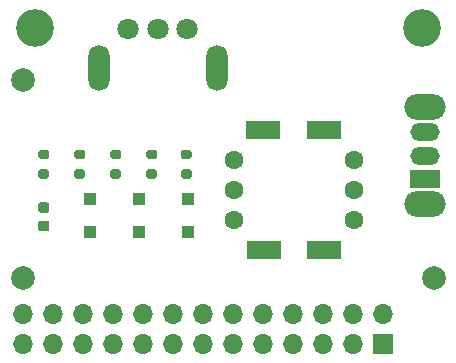
<source format=gbr>
G04 #@! TF.GenerationSoftware,KiCad,Pcbnew,(5.1.9)-1*
G04 #@! TF.CreationDate,2021-02-23T11:03:35+09:00*
G04 #@! TF.ProjectId,chassis,63686173-7369-4732-9e6b-696361645f70,rev?*
G04 #@! TF.SameCoordinates,Original*
G04 #@! TF.FileFunction,Soldermask,Top*
G04 #@! TF.FilePolarity,Negative*
%FSLAX46Y46*%
G04 Gerber Fmt 4.6, Leading zero omitted, Abs format (unit mm)*
G04 Created by KiCad (PCBNEW (5.1.9)-1) date 2021-02-23 11:03:35*
%MOMM*%
%LPD*%
G01*
G04 APERTURE LIST*
%ADD10O,1.800000X3.900000*%
%ADD11C,1.800000*%
%ADD12C,2.000000*%
%ADD13R,3.000000X1.500000*%
%ADD14C,1.600000*%
%ADD15R,1.100000X1.100000*%
%ADD16C,3.200000*%
%ADD17O,1.700000X1.700000*%
%ADD18R,1.700000X1.700000*%
%ADD19R,2.500000X1.500000*%
%ADD20O,2.500000X1.500000*%
%ADD21O,3.500000X2.200000*%
G04 APERTURE END LIST*
D10*
X40974000Y-40082000D03*
X50974000Y-40082000D03*
D11*
X43474000Y-36782000D03*
X45974000Y-36782000D03*
X48474000Y-36782000D03*
D12*
X34544000Y-57912000D03*
X69342000Y-57912000D03*
X34544000Y-41148000D03*
D13*
X60071000Y-45339000D03*
X54881000Y-45339000D03*
X54991000Y-55499000D03*
X60071000Y-55499000D03*
D14*
X62611000Y-52959000D03*
X62611000Y-50419000D03*
X62611000Y-47879000D03*
X52451000Y-47879000D03*
X52451000Y-52959000D03*
X52451000Y-50419000D03*
D15*
X48514000Y-53978000D03*
X48514000Y-51178000D03*
X44386500Y-53978000D03*
X44386500Y-51178000D03*
X40259000Y-53978000D03*
X40259000Y-51178000D03*
D16*
X35560000Y-36703000D03*
G36*
G01*
X36072000Y-53030000D02*
X36572000Y-53030000D01*
G75*
G02*
X36797000Y-53255000I0J-225000D01*
G01*
X36797000Y-53705000D01*
G75*
G02*
X36572000Y-53930000I-225000J0D01*
G01*
X36072000Y-53930000D01*
G75*
G02*
X35847000Y-53705000I0J225000D01*
G01*
X35847000Y-53255000D01*
G75*
G02*
X36072000Y-53030000I225000J0D01*
G01*
G37*
G36*
G01*
X36072000Y-51480000D02*
X36572000Y-51480000D01*
G75*
G02*
X36797000Y-51705000I0J-225000D01*
G01*
X36797000Y-52155000D01*
G75*
G02*
X36572000Y-52380000I-225000J0D01*
G01*
X36072000Y-52380000D01*
G75*
G02*
X35847000Y-52155000I0J225000D01*
G01*
X35847000Y-51705000D01*
G75*
G02*
X36072000Y-51480000I225000J0D01*
G01*
G37*
G36*
G01*
X48662000Y-47835000D02*
X48112000Y-47835000D01*
G75*
G02*
X47912000Y-47635000I0J200000D01*
G01*
X47912000Y-47235000D01*
G75*
G02*
X48112000Y-47035000I200000J0D01*
G01*
X48662000Y-47035000D01*
G75*
G02*
X48862000Y-47235000I0J-200000D01*
G01*
X48862000Y-47635000D01*
G75*
G02*
X48662000Y-47835000I-200000J0D01*
G01*
G37*
G36*
G01*
X48662000Y-49485000D02*
X48112000Y-49485000D01*
G75*
G02*
X47912000Y-49285000I0J200000D01*
G01*
X47912000Y-48885000D01*
G75*
G02*
X48112000Y-48685000I200000J0D01*
G01*
X48662000Y-48685000D01*
G75*
G02*
X48862000Y-48885000I0J-200000D01*
G01*
X48862000Y-49285000D01*
G75*
G02*
X48662000Y-49485000I-200000J0D01*
G01*
G37*
G36*
G01*
X45191000Y-48685000D02*
X45741000Y-48685000D01*
G75*
G02*
X45941000Y-48885000I0J-200000D01*
G01*
X45941000Y-49285000D01*
G75*
G02*
X45741000Y-49485000I-200000J0D01*
G01*
X45191000Y-49485000D01*
G75*
G02*
X44991000Y-49285000I0J200000D01*
G01*
X44991000Y-48885000D01*
G75*
G02*
X45191000Y-48685000I200000J0D01*
G01*
G37*
G36*
G01*
X45191000Y-47035000D02*
X45741000Y-47035000D01*
G75*
G02*
X45941000Y-47235000I0J-200000D01*
G01*
X45941000Y-47635000D01*
G75*
G02*
X45741000Y-47835000I-200000J0D01*
G01*
X45191000Y-47835000D01*
G75*
G02*
X44991000Y-47635000I0J200000D01*
G01*
X44991000Y-47235000D01*
G75*
G02*
X45191000Y-47035000I200000J0D01*
G01*
G37*
G36*
G01*
X42693000Y-47835000D02*
X42143000Y-47835000D01*
G75*
G02*
X41943000Y-47635000I0J200000D01*
G01*
X41943000Y-47235000D01*
G75*
G02*
X42143000Y-47035000I200000J0D01*
G01*
X42693000Y-47035000D01*
G75*
G02*
X42893000Y-47235000I0J-200000D01*
G01*
X42893000Y-47635000D01*
G75*
G02*
X42693000Y-47835000I-200000J0D01*
G01*
G37*
G36*
G01*
X42693000Y-49485000D02*
X42143000Y-49485000D01*
G75*
G02*
X41943000Y-49285000I0J200000D01*
G01*
X41943000Y-48885000D01*
G75*
G02*
X42143000Y-48685000I200000J0D01*
G01*
X42693000Y-48685000D01*
G75*
G02*
X42893000Y-48885000I0J-200000D01*
G01*
X42893000Y-49285000D01*
G75*
G02*
X42693000Y-49485000I-200000J0D01*
G01*
G37*
G36*
G01*
X39645000Y-47835000D02*
X39095000Y-47835000D01*
G75*
G02*
X38895000Y-47635000I0J200000D01*
G01*
X38895000Y-47235000D01*
G75*
G02*
X39095000Y-47035000I200000J0D01*
G01*
X39645000Y-47035000D01*
G75*
G02*
X39845000Y-47235000I0J-200000D01*
G01*
X39845000Y-47635000D01*
G75*
G02*
X39645000Y-47835000I-200000J0D01*
G01*
G37*
G36*
G01*
X39645000Y-49485000D02*
X39095000Y-49485000D01*
G75*
G02*
X38895000Y-49285000I0J200000D01*
G01*
X38895000Y-48885000D01*
G75*
G02*
X39095000Y-48685000I200000J0D01*
G01*
X39645000Y-48685000D01*
G75*
G02*
X39845000Y-48885000I0J-200000D01*
G01*
X39845000Y-49285000D01*
G75*
G02*
X39645000Y-49485000I-200000J0D01*
G01*
G37*
G36*
G01*
X36047000Y-48685000D02*
X36597000Y-48685000D01*
G75*
G02*
X36797000Y-48885000I0J-200000D01*
G01*
X36797000Y-49285000D01*
G75*
G02*
X36597000Y-49485000I-200000J0D01*
G01*
X36047000Y-49485000D01*
G75*
G02*
X35847000Y-49285000I0J200000D01*
G01*
X35847000Y-48885000D01*
G75*
G02*
X36047000Y-48685000I200000J0D01*
G01*
G37*
G36*
G01*
X36047000Y-47035000D02*
X36597000Y-47035000D01*
G75*
G02*
X36797000Y-47235000I0J-200000D01*
G01*
X36797000Y-47635000D01*
G75*
G02*
X36597000Y-47835000I-200000J0D01*
G01*
X36047000Y-47835000D01*
G75*
G02*
X35847000Y-47635000I0J200000D01*
G01*
X35847000Y-47235000D01*
G75*
G02*
X36047000Y-47035000I200000J0D01*
G01*
G37*
X68326000Y-36703000D03*
D17*
X34544000Y-60960000D03*
X34544000Y-63500000D03*
X37084000Y-60960000D03*
X37084000Y-63500000D03*
X39624000Y-60960000D03*
X39624000Y-63500000D03*
X42164000Y-60960000D03*
X42164000Y-63500000D03*
X44704000Y-60960000D03*
X44704000Y-63500000D03*
X47244000Y-60960000D03*
X47244000Y-63500000D03*
X49784000Y-60960000D03*
X49784000Y-63500000D03*
X52324000Y-60960000D03*
X52324000Y-63500000D03*
X54864000Y-60960000D03*
X54864000Y-63500000D03*
X57404000Y-60960000D03*
X57404000Y-63500000D03*
X59944000Y-60960000D03*
X59944000Y-63500000D03*
X62484000Y-60960000D03*
X62484000Y-63500000D03*
X65024000Y-60960000D03*
D18*
X65024000Y-63500000D03*
D19*
X68580000Y-49530000D03*
D20*
X68580000Y-47530000D03*
X68580000Y-45530000D03*
D21*
X68580000Y-51630000D03*
X68580000Y-43430000D03*
M02*

</source>
